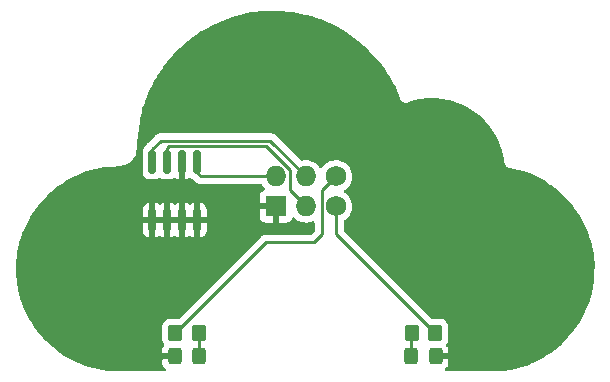
<source format=gbr>
%TF.GenerationSoftware,KiCad,Pcbnew,(6.0.4)*%
%TF.CreationDate,2022-04-09T23:45:41+02:00*%
%TF.ProjectId,cloud,636c6f75-642e-46b6-9963-61645f706362,rev?*%
%TF.SameCoordinates,Original*%
%TF.FileFunction,Copper,L2,Bot*%
%TF.FilePolarity,Positive*%
%FSLAX46Y46*%
G04 Gerber Fmt 4.6, Leading zero omitted, Abs format (unit mm)*
G04 Created by KiCad (PCBNEW (6.0.4)) date 2022-04-09 23:45:41*
%MOMM*%
%LPD*%
G01*
G04 APERTURE LIST*
G04 Aperture macros list*
%AMRoundRect*
0 Rectangle with rounded corners*
0 $1 Rounding radius*
0 $2 $3 $4 $5 $6 $7 $8 $9 X,Y pos of 4 corners*
0 Add a 4 corners polygon primitive as box body*
4,1,4,$2,$3,$4,$5,$6,$7,$8,$9,$2,$3,0*
0 Add four circle primitives for the rounded corners*
1,1,$1+$1,$2,$3*
1,1,$1+$1,$4,$5*
1,1,$1+$1,$6,$7*
1,1,$1+$1,$8,$9*
0 Add four rect primitives between the rounded corners*
20,1,$1+$1,$2,$3,$4,$5,0*
20,1,$1+$1,$4,$5,$6,$7,0*
20,1,$1+$1,$6,$7,$8,$9,0*
20,1,$1+$1,$8,$9,$2,$3,0*%
G04 Aperture macros list end*
%TA.AperFunction,ComponentPad*%
%ADD10O,1.727200X1.727200*%
%TD*%
%TA.AperFunction,ComponentPad*%
%ADD11R,1.727200X1.727200*%
%TD*%
%TA.AperFunction,ComponentPad*%
%ADD12C,1.727200*%
%TD*%
%TA.AperFunction,SMDPad,CuDef*%
%ADD13RoundRect,0.250000X-0.350000X-0.450000X0.350000X-0.450000X0.350000X0.450000X-0.350000X0.450000X0*%
%TD*%
%TA.AperFunction,SMDPad,CuDef*%
%ADD14RoundRect,0.250000X0.325000X0.450000X-0.325000X0.450000X-0.325000X-0.450000X0.325000X-0.450000X0*%
%TD*%
%TA.AperFunction,SMDPad,CuDef*%
%ADD15RoundRect,0.250000X0.350000X0.450000X-0.350000X0.450000X-0.350000X-0.450000X0.350000X-0.450000X0*%
%TD*%
%TA.AperFunction,SMDPad,CuDef*%
%ADD16RoundRect,0.250000X-0.325000X-0.450000X0.325000X-0.450000X0.325000X0.450000X-0.325000X0.450000X0*%
%TD*%
%TA.AperFunction,SMDPad,CuDef*%
%ADD17RoundRect,0.150000X0.150000X-0.825000X0.150000X0.825000X-0.150000X0.825000X-0.150000X-0.825000X0*%
%TD*%
%TA.AperFunction,Conductor*%
%ADD18C,0.250000*%
%TD*%
G04 APERTURE END LIST*
D10*
%TO.P,X1,1,VCC*%
%TO.N,+3V3*%
X-2480000Y1250000D03*
D11*
%TO.P,X1,2,GND*%
%TO.N,GND*%
X-2480000Y-1290000D03*
D10*
%TO.P,X1,3,SDA*%
%TO.N,Net-(U1-Pad5)*%
X60000Y1250000D03*
%TO.P,X1,4,SCL*%
%TO.N,Net-(U1-Pad6)*%
X60000Y-1290000D03*
D12*
%TO.P,X1,5,GPIO1*%
%TO.N,Net-(R2-Pad1)*%
X2600000Y1250000D03*
%TO.P,X1,6,GPIO2*%
%TO.N,Net-(R1-Pad1)*%
X2600000Y-1290000D03*
%TD*%
D13*
%TO.P,R2,1*%
%TO.N,Net-(R2-Pad1)*%
X-11000000Y-12000000D03*
%TO.P,R2,2*%
%TO.N,Net-(D2-Pad2)*%
X-9000000Y-12000000D03*
%TD*%
D14*
%TO.P,D1,1,K*%
%TO.N,GND*%
X11025000Y-14000000D03*
%TO.P,D1,2,A*%
%TO.N,Net-(D1-Pad2)*%
X8975000Y-14000000D03*
%TD*%
D15*
%TO.P,R1,1*%
%TO.N,Net-(R1-Pad1)*%
X11000000Y-12000000D03*
%TO.P,R1,2*%
%TO.N,Net-(D1-Pad2)*%
X9000000Y-12000000D03*
%TD*%
D16*
%TO.P,D2,1,K*%
%TO.N,GND*%
X-11025000Y-14000000D03*
%TO.P,D2,2,A*%
%TO.N,Net-(D2-Pad2)*%
X-8975000Y-14000000D03*
%TD*%
D17*
%TO.P,U1,1,A0*%
%TO.N,GND*%
X-9144000Y-2475000D03*
%TO.P,U1,2,A1*%
X-10414000Y-2475000D03*
%TO.P,U1,3,A2*%
X-11684000Y-2475000D03*
%TO.P,U1,4,GND*%
X-12954000Y-2475000D03*
%TO.P,U1,5,SDA*%
%TO.N,Net-(U1-Pad5)*%
X-12954000Y2475000D03*
%TO.P,U1,6,SCL*%
%TO.N,Net-(U1-Pad6)*%
X-11684000Y2475000D03*
%TO.P,U1,7,WP*%
%TO.N,GND*%
X-10414000Y2475000D03*
%TO.P,U1,8,VCC*%
%TO.N,+3V3*%
X-9144000Y2475000D03*
%TD*%
D18*
%TO.N,Net-(U1-Pad5)*%
X-12250480Y4259520D02*
X-2949520Y4259520D01*
X-12954000Y3556000D02*
X-12250480Y4259520D01*
X-2949520Y4259520D02*
X60000Y1250000D01*
X-12954000Y2475000D02*
X-12954000Y3556000D01*
%TO.N,Net-(U1-Pad6)*%
X-11557000Y3810000D02*
X-11684000Y3683000D01*
X-1291889Y1799889D02*
X-3302000Y3810000D01*
X-3302000Y3810000D02*
X-11557000Y3810000D01*
X60000Y-1290000D02*
X-1291889Y61889D01*
X-1291889Y61889D02*
X-1291889Y1799889D01*
X-11684000Y3683000D02*
X-11684000Y2475000D01*
%TO.N,+3V3*%
X-8870000Y1250000D02*
X-9144000Y1524000D01*
X-9144000Y1524000D02*
X-9144000Y2475000D01*
X-2480000Y1250000D02*
X-8870000Y1250000D01*
%TO.N,Net-(D1-Pad2)*%
X8975000Y-12025000D02*
X9000000Y-12000000D01*
X8975000Y-14000000D02*
X8975000Y-12025000D01*
%TO.N,Net-(D2-Pad2)*%
X-8975000Y-12025000D02*
X-9000000Y-12000000D01*
X-8975000Y-14000000D02*
X-8975000Y-12025000D01*
X-9000000Y-12000000D02*
X-8825000Y-12000000D01*
%TO.N,Net-(R1-Pad1)*%
X11000000Y-12000000D02*
X2600000Y-3600000D01*
X2600000Y-3600000D02*
X2600000Y-1290000D01*
%TO.N,Net-(R2-Pad1)*%
X-11000000Y-12000000D02*
X-3318000Y-4318000D01*
X-3318000Y-4318000D02*
X762000Y-4318000D01*
X762000Y-4318000D02*
X1411889Y-3668111D01*
X1411889Y61889D02*
X2600000Y1250000D01*
X-11025000Y-12025000D02*
X-11000000Y-12000000D01*
X1411889Y-3668111D02*
X1411889Y61889D01*
%TD*%
%TA.AperFunction,Conductor*%
%TO.N,GND*%
G36*
X-2801989Y15276038D02*
G01*
X-2354915Y15265614D01*
X-2349396Y15265363D01*
X-2193002Y15254818D01*
X-1892174Y15234533D01*
X-1890510Y15234409D01*
X-1479067Y15201186D01*
X-1474182Y15200696D01*
X-1072983Y15152507D01*
X-1068167Y15151834D01*
X-669609Y15088277D01*
X-664885Y15087431D01*
X-269240Y15008784D01*
X-264616Y15007774D01*
X8646Y14942698D01*
X127845Y14914311D01*
X132356Y14913148D01*
X521060Y14805175D01*
X525468Y14803863D01*
X745423Y14733967D01*
X910113Y14681632D01*
X914448Y14680167D01*
X1294565Y14543989D01*
X1298807Y14542382D01*
X1673829Y14392591D01*
X1677977Y14390848D01*
X1875740Y14303545D01*
X2047746Y14227612D01*
X2051733Y14225767D01*
X2236734Y14136181D01*
X2415724Y14049505D01*
X2419664Y14047512D01*
X2772486Y13861047D01*
X2778171Y13857849D01*
X3477931Y13439883D01*
X3485228Y13435175D01*
X3820569Y13202015D01*
X4150165Y12972849D01*
X4157147Y12967628D01*
X4788562Y12460391D01*
X4795148Y12454715D01*
X4988587Y12276021D01*
X5389911Y11905286D01*
X5396147Y11899109D01*
X5954577Y11306035D01*
X5959014Y11301066D01*
X6216609Y10996755D01*
X6219435Y10993294D01*
X6467031Y10678829D01*
X6469421Y10675793D01*
X6472151Y10672194D01*
X6553740Y10560536D01*
X6710474Y10346037D01*
X6713090Y10342317D01*
X6800167Y10213631D01*
X6939320Y10007986D01*
X6941842Y10004108D01*
X7129371Y9703780D01*
X7155621Y9661740D01*
X7157998Y9657772D01*
X7359032Y9307850D01*
X7361316Y9303697D01*
X7548987Y8946576D01*
X7551125Y8942312D01*
X7725286Y8578048D01*
X7727285Y8573654D01*
X7887497Y8202684D01*
X7889346Y8198164D01*
X8035036Y7821330D01*
X8036654Y7816900D01*
X8056847Y7758231D01*
X8079702Y7725944D01*
X8086744Y7714800D01*
X8106089Y7680308D01*
X8112501Y7674026D01*
X8112505Y7674021D01*
X8117287Y7669336D01*
X8131950Y7652132D01*
X8141002Y7639344D01*
X8148034Y7633769D01*
X8148035Y7633768D01*
X8171985Y7614781D01*
X8181884Y7606051D01*
X8210134Y7578374D01*
X8223956Y7570990D01*
X8242864Y7558588D01*
X8248104Y7554434D01*
X8248107Y7554432D01*
X8255142Y7548855D01*
X8291782Y7533972D01*
X8303722Y7528376D01*
X8338607Y7509739D01*
X8353958Y7506528D01*
X8375575Y7499935D01*
X8390091Y7494039D01*
X8414868Y7491519D01*
X8429415Y7490039D01*
X8442457Y7488018D01*
X8468679Y7482535D01*
X8481180Y7479920D01*
X8490125Y7480622D01*
X8490128Y7480622D01*
X8494644Y7480977D01*
X8496811Y7481147D01*
X8519419Y7480886D01*
X8535001Y7479301D01*
X8573882Y7486502D01*
X8586961Y7488222D01*
X8626392Y7491316D01*
X8634786Y7494503D01*
X8634788Y7494503D01*
X8688494Y7514890D01*
X8691477Y7515980D01*
X8965835Y7612289D01*
X8972243Y7614348D01*
X9242792Y7693370D01*
X9249259Y7695074D01*
X9522779Y7759432D01*
X9529212Y7760769D01*
X9805478Y7810738D01*
X9811829Y7811720D01*
X9953575Y7829953D01*
X10090133Y7847518D01*
X10096415Y7848166D01*
X10376369Y7869922D01*
X10382530Y7870250D01*
X10663446Y7878263D01*
X10669612Y7878287D01*
X10943619Y7872666D01*
X10952524Y7872168D01*
X11178188Y7851505D01*
X11522157Y7820008D01*
X11533728Y7818404D01*
X12090208Y7714687D01*
X12101332Y7712086D01*
X12213952Y7680308D01*
X12647678Y7557921D01*
X12658377Y7554378D01*
X13189524Y7351720D01*
X13199849Y7347243D01*
X13710702Y7098045D01*
X13720609Y7092649D01*
X14206336Y6799196D01*
X14215861Y6792834D01*
X14671597Y6457468D01*
X14680699Y6450093D01*
X15107588Y6069933D01*
X15114077Y6063726D01*
X15224546Y5950211D01*
X15305055Y5867482D01*
X15309247Y5862957D01*
X15495064Y5652304D01*
X15499073Y5647527D01*
X15674153Y5428047D01*
X15677973Y5423002D01*
X15841680Y5195194D01*
X15845346Y5189804D01*
X15997101Y4953760D01*
X16000516Y4948131D01*
X16140034Y4703954D01*
X16143195Y4698064D01*
X16227962Y4529546D01*
X16269961Y4446050D01*
X16272843Y4439914D01*
X16392580Y4166107D01*
X16392847Y4165492D01*
X16438121Y4060442D01*
X16439206Y4057846D01*
X16480248Y3956444D01*
X16481175Y3954086D01*
X16520336Y3851444D01*
X16521247Y3848979D01*
X16558217Y3745661D01*
X16559065Y3743210D01*
X16594117Y3638506D01*
X16594848Y3636253D01*
X16620051Y3555988D01*
X16627992Y3530696D01*
X16628708Y3528336D01*
X16659875Y3421824D01*
X16660485Y3419670D01*
X16689843Y3312298D01*
X16690439Y3310036D01*
X16717818Y3202063D01*
X16718348Y3199890D01*
X16743960Y3090790D01*
X16744421Y3088750D01*
X16749616Y3064846D01*
X16759015Y3021596D01*
X16768215Y2979259D01*
X16768660Y2977122D01*
X16788342Y2878218D01*
X16790614Y2866803D01*
X16790962Y2864978D01*
X16811117Y2754636D01*
X16811329Y2753476D01*
X16811648Y2751651D01*
X16830313Y2640211D01*
X16830641Y2638149D01*
X16835931Y2603000D01*
X16844595Y2545434D01*
X16847516Y2526022D01*
X16847762Y2524308D01*
X16858216Y2447666D01*
X16862170Y2418676D01*
X16862668Y2414505D01*
X16869140Y2351385D01*
X16872523Y2343075D01*
X16872524Y2343072D01*
X16883564Y2315955D01*
X16888033Y2303002D01*
X16896067Y2274833D01*
X16896069Y2274828D01*
X16898531Y2266196D01*
X16907573Y2251848D01*
X16917671Y2232186D01*
X16924066Y2216480D01*
X16929649Y2209450D01*
X16929650Y2209448D01*
X16947857Y2186522D01*
X16955780Y2175349D01*
X16976186Y2142966D01*
X16982910Y2137021D01*
X16982912Y2137018D01*
X16988898Y2131725D01*
X17004100Y2115697D01*
X17014648Y2102415D01*
X17032148Y2090049D01*
X17045885Y2080342D01*
X17056634Y2071833D01*
X17078579Y2052429D01*
X17078584Y2052426D01*
X17085305Y2046483D01*
X17098006Y2040511D01*
X17100660Y2039263D01*
X17119758Y2028141D01*
X17133604Y2018357D01*
X17142090Y2015444D01*
X17142092Y2015443D01*
X17169784Y2005937D01*
X17182488Y2000787D01*
X17205894Y1989782D01*
X17217119Y1984504D01*
X17225985Y1983118D01*
X17225986Y1983118D01*
X17258485Y1978039D01*
X17284372Y1973993D01*
X17286959Y1973561D01*
X17630589Y1912374D01*
X17673636Y1904709D01*
X17679897Y1903429D01*
X18053829Y1816959D01*
X18059896Y1815393D01*
X18428221Y1710449D01*
X18434142Y1708604D01*
X18796534Y1585772D01*
X18802296Y1583661D01*
X19158033Y1443420D01*
X19163585Y1441077D01*
X19512449Y1283800D01*
X19517717Y1281276D01*
X19832121Y1121509D01*
X19859237Y1107730D01*
X19864371Y1104970D01*
X20197750Y915649D01*
X20202653Y912714D01*
X20527355Y708217D01*
X20532030Y705125D01*
X20746303Y556335D01*
X20847823Y485840D01*
X20852330Y482560D01*
X21158406Y249299D01*
X21162725Y245855D01*
X21458579Y-846D01*
X21462737Y-4470D01*
X21747856Y-264195D01*
X21751738Y-267887D01*
X22025679Y-539774D01*
X22029429Y-543658D01*
X22132659Y-655354D01*
X22291408Y-827121D01*
X22295000Y-831180D01*
X22544535Y-1125635D01*
X22547949Y-1129843D01*
X22784668Y-1434849D01*
X22787881Y-1439178D01*
X23011148Y-1753767D01*
X23014210Y-1758284D01*
X23223486Y-2081999D01*
X23226357Y-2086660D01*
X23421159Y-2418794D01*
X23423839Y-2423601D01*
X23469204Y-2509324D01*
X23603752Y-2763570D01*
X23606261Y-2768578D01*
X23770664Y-3115733D01*
X23772958Y-3120870D01*
X23921454Y-3474433D01*
X23923565Y-3479801D01*
X24055530Y-3839267D01*
X24057398Y-3844740D01*
X24172609Y-4209497D01*
X24174262Y-4215193D01*
X24272079Y-4584578D01*
X24273475Y-4590408D01*
X24353573Y-4963860D01*
X24354711Y-4969872D01*
X24416583Y-5346747D01*
X24417438Y-5352907D01*
X24460654Y-5732528D01*
X24461213Y-5738854D01*
X24485285Y-6120771D01*
X24485526Y-6127210D01*
X24489819Y-6491927D01*
X24490043Y-6510977D01*
X24489952Y-6517470D01*
X24480018Y-6766233D01*
X24473936Y-6918535D01*
X24473927Y-6918755D01*
X24456834Y-7328789D01*
X24456384Y-7335392D01*
X24419504Y-7725766D01*
X24418721Y-7732259D01*
X24361774Y-8119253D01*
X24360675Y-8125591D01*
X24323695Y-8310714D01*
X24284510Y-8506879D01*
X24284155Y-8508654D01*
X24282770Y-8514787D01*
X24238442Y-8690509D01*
X24187267Y-8893374D01*
X24185600Y-8899354D01*
X24071548Y-9272827D01*
X24069632Y-9278599D01*
X23937608Y-9646373D01*
X23935449Y-9651965D01*
X23785894Y-10013499D01*
X23783515Y-10018890D01*
X23617012Y-10373479D01*
X23614436Y-10378652D01*
X23431587Y-10725730D01*
X23428783Y-10730770D01*
X23230024Y-11069491D01*
X23227060Y-11074293D01*
X23012964Y-11404345D01*
X23009813Y-11408974D01*
X22781035Y-11729506D01*
X22777709Y-11733955D01*
X22534827Y-12044351D01*
X22531319Y-12048636D01*
X22274929Y-12348178D01*
X22271250Y-12352291D01*
X22001945Y-12640371D01*
X21998082Y-12644326D01*
X21719705Y-12917074D01*
X21716299Y-12920411D01*
X21712304Y-12924158D01*
X21539296Y-13079485D01*
X21418895Y-13187581D01*
X21414684Y-13191198D01*
X21110227Y-13441223D01*
X21105838Y-13444667D01*
X20790929Y-13680733D01*
X20786359Y-13684002D01*
X20461554Y-13905575D01*
X20456798Y-13908665D01*
X20122742Y-14115155D01*
X20117787Y-14118064D01*
X20085630Y-14135969D01*
X19785787Y-14302920D01*
X19775255Y-14308784D01*
X19770102Y-14311498D01*
X19747989Y-14322502D01*
X19419579Y-14485923D01*
X19414233Y-14488429D01*
X19056430Y-14646019D01*
X19050866Y-14648313D01*
X18922174Y-14697800D01*
X18686941Y-14788256D01*
X18686137Y-14788565D01*
X18680388Y-14790617D01*
X18309727Y-14912873D01*
X18303774Y-14914675D01*
X17927387Y-15018460D01*
X17921253Y-15019987D01*
X17565971Y-15099016D01*
X17540013Y-15104790D01*
X17533657Y-15106033D01*
X17147769Y-15171270D01*
X17141301Y-15172192D01*
X16995348Y-15189142D01*
X16751526Y-15217457D01*
X16744917Y-15218049D01*
X16373105Y-15241385D01*
X16370387Y-15241468D01*
X16367789Y-15241261D01*
X16332211Y-15243943D01*
X16330697Y-15244047D01*
X16298206Y-15246086D01*
X16295975Y-15246550D01*
X16292277Y-15246923D01*
X16285749Y-15247362D01*
X16266204Y-15248676D01*
X16265308Y-15248733D01*
X16235487Y-15250503D01*
X16234973Y-15250532D01*
X16205113Y-15252137D01*
X16204551Y-15252165D01*
X16174744Y-15253597D01*
X16173991Y-15253631D01*
X16143616Y-15254908D01*
X16143271Y-15254922D01*
X16111895Y-15256155D01*
X16111482Y-15256170D01*
X16080354Y-15257291D01*
X16080000Y-15257303D01*
X16048182Y-15258356D01*
X16048139Y-15258344D01*
X16048139Y-15258357D01*
X16012997Y-15259507D01*
X15985518Y-15260399D01*
X15985025Y-15260396D01*
X15984516Y-15260335D01*
X15949543Y-15261544D01*
X15949121Y-15261543D01*
X15948620Y-15261484D01*
X15947185Y-15261537D01*
X15947174Y-15261537D01*
X15928319Y-15262234D01*
X15927706Y-15262255D01*
X15921220Y-15262463D01*
X15912395Y-15262746D01*
X15912395Y-15262742D01*
X15912369Y-15262743D01*
X15912094Y-15262753D01*
X15911907Y-15262760D01*
X15911907Y-15262761D01*
X15911844Y-15262763D01*
X15911720Y-15262767D01*
X15911712Y-15262767D01*
X15911617Y-15262770D01*
X15909707Y-15262832D01*
X15909703Y-15262833D01*
X15909694Y-15262833D01*
X15909692Y-15262756D01*
X15909596Y-15262756D01*
X15909600Y-15262851D01*
X15909599Y-15262851D01*
X15892946Y-15263501D01*
X15892491Y-15263518D01*
X15874750Y-15264131D01*
X15874687Y-15262313D01*
X15873995Y-15262463D01*
X15874065Y-15264055D01*
X15847518Y-15265215D01*
X15846676Y-15265249D01*
X15841697Y-15265433D01*
X15837351Y-15265594D01*
X15837281Y-15263700D01*
X15836795Y-15263613D01*
X15836885Y-15265678D01*
X15836861Y-15265682D01*
X15835758Y-15265730D01*
X15835305Y-15265748D01*
X15833362Y-15265824D01*
X15808802Y-15266781D01*
X15803720Y-15266877D01*
X13845328Y-15264156D01*
X13845199Y-15264151D01*
X13845042Y-15264126D01*
X13812390Y-15264105D01*
X13805831Y-15264101D01*
X13805735Y-15264101D01*
X13769294Y-15264050D01*
X13769136Y-15264072D01*
X13769006Y-15264077D01*
X11913347Y-15262880D01*
X11845240Y-15242834D01*
X11798782Y-15189148D01*
X11788723Y-15118868D01*
X11818258Y-15054306D01*
X11824256Y-15047862D01*
X11943739Y-14928171D01*
X11952751Y-14916760D01*
X12037816Y-14778757D01*
X12043963Y-14765576D01*
X12095138Y-14611290D01*
X12098005Y-14597914D01*
X12107672Y-14503562D01*
X12108000Y-14497146D01*
X12108000Y-14272115D01*
X12103525Y-14256876D01*
X12102135Y-14255671D01*
X12094452Y-14254000D01*
X10897000Y-14254000D01*
X10828879Y-14233998D01*
X10782386Y-14180342D01*
X10771000Y-14128000D01*
X10771000Y-13872000D01*
X10791002Y-13803879D01*
X10844658Y-13757386D01*
X10897000Y-13746000D01*
X12089884Y-13746000D01*
X12105123Y-13741525D01*
X12106328Y-13740135D01*
X12107999Y-13732452D01*
X12107999Y-13502905D01*
X12107662Y-13496386D01*
X12097743Y-13400794D01*
X12094851Y-13387400D01*
X12043412Y-13233216D01*
X12037239Y-13220038D01*
X11951936Y-13082191D01*
X11949145Y-13078670D01*
X11922506Y-13012860D01*
X11935676Y-12943096D01*
X11946696Y-12925917D01*
X11949305Y-12923303D01*
X11953146Y-12917073D01*
X12038275Y-12778968D01*
X12038276Y-12778966D01*
X12042115Y-12772738D01*
X12097797Y-12604861D01*
X12108500Y-12500400D01*
X12108500Y-11499600D01*
X12099097Y-11408974D01*
X12098238Y-11400692D01*
X12098237Y-11400688D01*
X12097526Y-11393834D01*
X12041550Y-11226054D01*
X11948478Y-11075652D01*
X11823303Y-10950695D01*
X11683617Y-10864591D01*
X11678968Y-10861725D01*
X11678966Y-10861724D01*
X11672738Y-10857885D01*
X11587144Y-10829495D01*
X11511389Y-10804368D01*
X11511387Y-10804368D01*
X11504861Y-10802203D01*
X11498025Y-10801503D01*
X11498022Y-10801502D01*
X11454969Y-10797091D01*
X11400400Y-10791500D01*
X10739594Y-10791500D01*
X10671473Y-10771498D01*
X10650499Y-10754595D01*
X3270405Y-3374500D01*
X3236379Y-3312188D01*
X3233500Y-3285405D01*
X3233500Y-2586217D01*
X3253502Y-2518096D01*
X3296991Y-2479376D01*
X3295897Y-2477541D01*
X3300342Y-2474891D01*
X3304982Y-2472618D01*
X3377101Y-2421176D01*
X3484455Y-2344601D01*
X3484459Y-2344597D01*
X3488667Y-2341596D01*
X3648487Y-2182333D01*
X3780150Y-1999105D01*
X3880118Y-1796835D01*
X3945708Y-1580952D01*
X3946383Y-1575826D01*
X3974721Y-1360578D01*
X3974722Y-1360572D01*
X3975158Y-1357256D01*
X3975240Y-1353903D01*
X3976720Y-1293364D01*
X3976720Y-1293360D01*
X3976802Y-1290000D01*
X3958315Y-1065132D01*
X3903349Y-846304D01*
X3813380Y-639391D01*
X3734997Y-518229D01*
X3693634Y-454291D01*
X3693632Y-454288D01*
X3690826Y-449951D01*
X3538977Y-283071D01*
X3534926Y-279872D01*
X3534922Y-279868D01*
X3365966Y-146434D01*
X3365962Y-146432D01*
X3361911Y-143232D01*
X3338535Y-130328D01*
X3288564Y-79896D01*
X3273792Y-10453D01*
X3298908Y55953D01*
X3326259Y82559D01*
X3484455Y195399D01*
X3484459Y195403D01*
X3488667Y198404D01*
X3648487Y357667D01*
X3780150Y540895D01*
X3870475Y723654D01*
X3877824Y738523D01*
X3877825Y738525D01*
X3880118Y743165D01*
X3945708Y959048D01*
X3946383Y964174D01*
X3974721Y1179422D01*
X3974722Y1179428D01*
X3975158Y1182744D01*
X3976229Y1226555D01*
X3976720Y1246636D01*
X3976720Y1246640D01*
X3976802Y1250000D01*
X3958315Y1474868D01*
X3903349Y1693696D01*
X3813380Y1900609D01*
X3765282Y1974957D01*
X3693634Y2085709D01*
X3693632Y2085712D01*
X3690826Y2090049D01*
X3538977Y2256929D01*
X3534926Y2260128D01*
X3534922Y2260132D01*
X3365966Y2393566D01*
X3365962Y2393568D01*
X3361911Y2396768D01*
X3344186Y2406553D01*
X3236287Y2466116D01*
X3164383Y2505809D01*
X2951698Y2581124D01*
X2901297Y2590102D01*
X2734657Y2619786D01*
X2734653Y2619786D01*
X2729569Y2620692D01*
X2657574Y2621571D01*
X2509129Y2623385D01*
X2509127Y2623385D01*
X2503959Y2623448D01*
X2280929Y2589320D01*
X2066468Y2519223D01*
X2061876Y2516833D01*
X2061877Y2516833D01*
X1873320Y2418676D01*
X1866335Y2415040D01*
X1862202Y2411937D01*
X1862199Y2411935D01*
X1690040Y2282675D01*
X1685905Y2279570D01*
X1682333Y2275832D01*
X1563498Y2151478D01*
X1530024Y2116450D01*
X1527112Y2112181D01*
X1527106Y2112173D01*
X1433503Y1974957D01*
X1378592Y1929954D01*
X1308067Y1921783D01*
X1244320Y1953037D01*
X1223623Y1977521D01*
X1220003Y1983118D01*
X1175953Y2051208D01*
X1153634Y2085709D01*
X1153632Y2085712D01*
X1150826Y2090049D01*
X998977Y2256929D01*
X994926Y2260128D01*
X994922Y2260132D01*
X825966Y2393566D01*
X825962Y2393568D01*
X821911Y2396768D01*
X804186Y2406553D01*
X696287Y2466116D01*
X624383Y2505809D01*
X411698Y2581124D01*
X361297Y2590102D01*
X194657Y2619786D01*
X194653Y2619786D01*
X189569Y2620692D01*
X117574Y2621571D01*
X-30871Y2623385D01*
X-30873Y2623385D01*
X-36041Y2623448D01*
X-184377Y2600750D01*
X-253962Y2590102D01*
X-253965Y2590101D01*
X-259071Y2589320D01*
X-263980Y2587715D01*
X-263986Y2587714D01*
X-279254Y2582724D01*
X-350218Y2580575D01*
X-407491Y2613395D01*
X-1423178Y3629083D01*
X-2445868Y4651773D01*
X-2453408Y4660059D01*
X-2457520Y4666538D01*
X-2507172Y4713164D01*
X-2510013Y4715918D01*
X-2529750Y4735655D01*
X-2532947Y4738135D01*
X-2541969Y4745840D01*
X-2546123Y4749741D01*
X-2574199Y4776106D01*
X-2581145Y4779925D01*
X-2581148Y4779927D01*
X-2591954Y4785868D01*
X-2608473Y4796719D01*
X-2608937Y4797079D01*
X-2624479Y4809134D01*
X-2631748Y4812279D01*
X-2631752Y4812282D01*
X-2665057Y4826694D01*
X-2675707Y4831911D01*
X-2714460Y4853215D01*
X-2734083Y4858253D01*
X-2752786Y4864657D01*
X-2764100Y4869553D01*
X-2764101Y4869553D01*
X-2771375Y4872701D01*
X-2779198Y4873940D01*
X-2779208Y4873943D01*
X-2815044Y4879619D01*
X-2826664Y4882025D01*
X-2861809Y4891048D01*
X-2861810Y4891048D01*
X-2869490Y4893020D01*
X-2889744Y4893020D01*
X-2909455Y4894571D01*
X-2921634Y4896500D01*
X-2929463Y4897740D01*
X-2958734Y4894973D01*
X-2973481Y4893579D01*
X-2985339Y4893020D01*
X-12171712Y4893020D01*
X-12182895Y4893547D01*
X-12190388Y4895222D01*
X-12198314Y4894973D01*
X-12198315Y4894973D01*
X-12258478Y4893082D01*
X-12262436Y4893020D01*
X-12290336Y4893020D01*
X-12294326Y4892516D01*
X-12306160Y4891584D01*
X-12350369Y4890194D01*
X-12357985Y4887981D01*
X-12357987Y4887981D01*
X-12369828Y4884541D01*
X-12389187Y4880532D01*
X-12390497Y4880366D01*
X-12409277Y4877994D01*
X-12416643Y4875078D01*
X-12416649Y4875076D01*
X-12450382Y4861720D01*
X-12461612Y4857875D01*
X-12490787Y4849399D01*
X-12504073Y4845539D01*
X-12510896Y4841504D01*
X-12521514Y4835225D01*
X-12539267Y4826528D01*
X-12546912Y4823501D01*
X-12558097Y4819072D01*
X-12571775Y4809134D01*
X-12593868Y4793083D01*
X-12603785Y4786569D01*
X-12641842Y4764062D01*
X-12656163Y4749741D01*
X-12671196Y4736901D01*
X-12687587Y4724992D01*
X-12704991Y4703954D01*
X-12715768Y4690927D01*
X-12723758Y4682146D01*
X-13346258Y4059647D01*
X-13354537Y4052113D01*
X-13361018Y4048000D01*
X-13369394Y4039080D01*
X-13407643Y3998349D01*
X-13410398Y3995507D01*
X-13430135Y3975770D01*
X-13432615Y3972573D01*
X-13440318Y3963553D01*
X-13470586Y3931321D01*
X-13474405Y3924375D01*
X-13474407Y3924372D01*
X-13480348Y3913566D01*
X-13491199Y3897047D01*
X-13503614Y3881041D01*
X-13506759Y3873772D01*
X-13506762Y3873768D01*
X-13521174Y3840463D01*
X-13526391Y3829813D01*
X-13529200Y3824702D01*
X-13543324Y3799010D01*
X-13564644Y3770616D01*
X-13628453Y3706807D01*
X-13632489Y3699983D01*
X-13632491Y3699980D01*
X-13674419Y3629083D01*
X-13713145Y3563601D01*
X-13715356Y3555990D01*
X-13715357Y3555988D01*
X-13715910Y3554085D01*
X-13759562Y3403831D01*
X-13762500Y3366502D01*
X-13762500Y1583498D01*
X-13759562Y1546169D01*
X-13713145Y1386399D01*
X-13709108Y1379573D01*
X-13632491Y1250020D01*
X-13632489Y1250017D01*
X-13628453Y1243193D01*
X-13510807Y1125547D01*
X-13503984Y1121512D01*
X-13503980Y1121509D01*
X-13408702Y1065162D01*
X-13367601Y1040855D01*
X-13359990Y1038644D01*
X-13359988Y1038643D01*
X-13324665Y1028381D01*
X-13207831Y994438D01*
X-13201426Y993934D01*
X-13201421Y993933D01*
X-13172958Y991693D01*
X-13172950Y991693D01*
X-13170502Y991500D01*
X-12737498Y991500D01*
X-12735050Y991693D01*
X-12735042Y991693D01*
X-12706579Y993933D01*
X-12706574Y993934D01*
X-12700169Y994438D01*
X-12583335Y1028381D01*
X-12548012Y1038643D01*
X-12548010Y1038644D01*
X-12540399Y1040855D01*
X-12397193Y1125547D01*
X-12394511Y1128229D01*
X-12330139Y1153502D01*
X-12260516Y1139600D01*
X-12244688Y1129428D01*
X-12240807Y1125547D01*
X-12097601Y1040855D01*
X-12089990Y1038644D01*
X-12089988Y1038643D01*
X-12054665Y1028381D01*
X-11937831Y994438D01*
X-11931426Y993934D01*
X-11931421Y993933D01*
X-11902958Y991693D01*
X-11902950Y991693D01*
X-11900502Y991500D01*
X-11467498Y991500D01*
X-11465050Y991693D01*
X-11465042Y991693D01*
X-11436579Y993933D01*
X-11436574Y993934D01*
X-11430169Y994438D01*
X-11313335Y1028381D01*
X-11278012Y1038643D01*
X-11278010Y1038644D01*
X-11270399Y1040855D01*
X-11127193Y1125547D01*
X-11124253Y1128487D01*
X-11059729Y1153821D01*
X-10990106Y1139920D01*
X-10971360Y1127871D01*
X-10963677Y1121911D01*
X-10834221Y1045352D01*
X-10819790Y1039107D01*
X-10685395Y1000061D01*
X-10671294Y1000101D01*
X-10668000Y1007370D01*
X-10668000Y2603000D01*
X-10647998Y2671121D01*
X-10594342Y2717614D01*
X-10542000Y2729000D01*
X-10286000Y2729000D01*
X-10217879Y2708998D01*
X-10171386Y2655342D01*
X-10160000Y2603000D01*
X-10160000Y1013122D01*
X-10156027Y999591D01*
X-10148129Y998456D01*
X-10008210Y1039107D01*
X-9993779Y1045352D01*
X-9864324Y1121910D01*
X-9856636Y1127874D01*
X-9790551Y1153821D01*
X-9720928Y1139920D01*
X-9704842Y1129582D01*
X-9700807Y1125547D01*
X-9693979Y1121509D01*
X-9693976Y1121507D01*
X-9666008Y1104967D01*
X-9588659Y1059223D01*
X-9569241Y1047739D01*
X-9544285Y1028381D01*
X-9373657Y857753D01*
X-9366113Y849463D01*
X-9362000Y842982D01*
X-9356223Y837557D01*
X-9312333Y796342D01*
X-9309491Y793587D01*
X-9289769Y773865D01*
X-9286645Y771442D01*
X-9286641Y771438D01*
X-9286576Y771388D01*
X-9277555Y763683D01*
X-9245321Y733414D01*
X-9238373Y729595D01*
X-9238371Y729593D01*
X-9227568Y723654D01*
X-9211041Y712798D01*
X-9201302Y705243D01*
X-9201300Y705242D01*
X-9195040Y700386D01*
X-9154460Y682826D01*
X-9143812Y677609D01*
X-9134962Y672744D01*
X-9105060Y656305D01*
X-9097384Y654334D01*
X-9097381Y654333D01*
X-9085438Y651267D01*
X-9066733Y644863D01*
X-9048145Y636819D01*
X-9040322Y635580D01*
X-9040312Y635577D01*
X-9004476Y629901D01*
X-8992856Y627495D01*
X-8957711Y618472D01*
X-8950030Y616500D01*
X-8929776Y616500D01*
X-8910066Y614949D01*
X-8890057Y611780D01*
X-8882165Y612526D01*
X-8846039Y615941D01*
X-8834181Y616500D01*
X-3771676Y616500D01*
X-3703555Y596498D01*
X-3664243Y556335D01*
X-3591025Y436853D01*
X-3587636Y432940D01*
X-3587634Y432938D01*
X-3502537Y334700D01*
X-3445587Y268955D01*
X-3445586Y268954D01*
X-3443298Y266313D01*
X-3443843Y265841D01*
X-3411150Y207424D01*
X-3415475Y136560D01*
X-3457427Y79283D01*
X-3489754Y61376D01*
X-3581654Y26924D01*
X-3597249Y18386D01*
X-3699324Y-58115D01*
X-3711885Y-70676D01*
X-3788386Y-172751D01*
X-3796924Y-188346D01*
X-3842078Y-308794D01*
X-3845705Y-324049D01*
X-3851231Y-374914D01*
X-3851600Y-381728D01*
X-3851600Y-1017885D01*
X-3847125Y-1033124D01*
X-3845735Y-1034329D01*
X-3838052Y-1036000D01*
X-2352000Y-1036000D01*
X-2283879Y-1056002D01*
X-2237386Y-1109658D01*
X-2226000Y-1162000D01*
X-2226000Y-2643484D01*
X-2221525Y-2658723D01*
X-2220135Y-2659928D01*
X-2212452Y-2661599D01*
X-1571731Y-2661599D01*
X-1564910Y-2661229D01*
X-1514048Y-2655705D01*
X-1498796Y-2652079D01*
X-1378346Y-2606924D01*
X-1362751Y-2598386D01*
X-1260676Y-2521885D01*
X-1248115Y-2509324D01*
X-1171614Y-2407249D01*
X-1163076Y-2391654D01*
X-1128159Y-2298515D01*
X-1085517Y-2241750D01*
X-1018955Y-2217051D01*
X-949606Y-2232259D01*
X-914940Y-2260247D01*
X-903298Y-2273687D01*
X-729701Y-2417810D01*
X-725249Y-2420412D01*
X-725244Y-2420415D01*
X-602866Y-2491927D01*
X-534897Y-2531645D01*
X-324116Y-2612134D01*
X-319048Y-2613165D01*
X-319045Y-2613166D01*
X-239645Y-2629320D01*
X-103019Y-2657117D01*
X-97844Y-2657307D01*
X-97842Y-2657307D01*
X117292Y-2665196D01*
X117296Y-2665196D01*
X122456Y-2665385D01*
X127576Y-2664729D01*
X127578Y-2664729D01*
X198020Y-2655705D01*
X346253Y-2636716D01*
X351202Y-2635231D01*
X351208Y-2635230D01*
X557413Y-2573365D01*
X557412Y-2573365D01*
X562363Y-2571880D01*
X596958Y-2554932D01*
X666932Y-2542926D01*
X732289Y-2570657D01*
X772278Y-2629320D01*
X778389Y-2668084D01*
X778389Y-3353516D01*
X758387Y-3421637D01*
X741484Y-3442612D01*
X536499Y-3647596D01*
X474187Y-3681621D01*
X447404Y-3684500D01*
X-3239232Y-3684500D01*
X-3250415Y-3683973D01*
X-3257908Y-3682298D01*
X-3265834Y-3682547D01*
X-3265835Y-3682547D01*
X-3325998Y-3684438D01*
X-3329956Y-3684500D01*
X-3357856Y-3684500D01*
X-3361846Y-3685004D01*
X-3373680Y-3685936D01*
X-3417889Y-3687326D01*
X-3425505Y-3689539D01*
X-3425507Y-3689539D01*
X-3437348Y-3692979D01*
X-3456707Y-3696988D01*
X-3458017Y-3697154D01*
X-3476797Y-3699526D01*
X-3484163Y-3702442D01*
X-3484169Y-3702444D01*
X-3517902Y-3715800D01*
X-3529132Y-3719645D01*
X-3563983Y-3729770D01*
X-3571593Y-3731981D01*
X-3578416Y-3736016D01*
X-3589034Y-3742295D01*
X-3606787Y-3750992D01*
X-3614432Y-3754019D01*
X-3625617Y-3758448D01*
X-3632032Y-3763109D01*
X-3661388Y-3784437D01*
X-3671305Y-3790951D01*
X-3709362Y-3813458D01*
X-3723683Y-3827779D01*
X-3738716Y-3840619D01*
X-3755107Y-3852528D01*
X-3760158Y-3858634D01*
X-3783298Y-3886605D01*
X-3791288Y-3895384D01*
X-10650500Y-10754595D01*
X-10712812Y-10788621D01*
X-10739595Y-10791500D01*
X-11400400Y-10791500D01*
X-11403646Y-10791837D01*
X-11403650Y-10791837D01*
X-11499308Y-10801762D01*
X-11499312Y-10801763D01*
X-11506166Y-10802474D01*
X-11512702Y-10804655D01*
X-11512704Y-10804655D01*
X-11521252Y-10807507D01*
X-11673946Y-10858450D01*
X-11824348Y-10951522D01*
X-11949305Y-11076697D01*
X-12042115Y-11227262D01*
X-12044419Y-11234209D01*
X-12095390Y-11387883D01*
X-12097797Y-11395139D01*
X-12098497Y-11401975D01*
X-12098498Y-11401978D01*
X-12098981Y-11406695D01*
X-12108500Y-11499600D01*
X-12108500Y-12500400D01*
X-12097526Y-12606166D01*
X-12095345Y-12612702D01*
X-12095345Y-12612704D01*
X-12064519Y-12705101D01*
X-12041550Y-12773946D01*
X-11948478Y-12924348D01*
X-11948096Y-12924729D01*
X-11922506Y-12987956D01*
X-11935678Y-13057720D01*
X-11949009Y-13078503D01*
X-11952753Y-13083243D01*
X-12037816Y-13221243D01*
X-12043963Y-13234424D01*
X-12095138Y-13388710D01*
X-12098005Y-13402086D01*
X-12107672Y-13496438D01*
X-12108000Y-13502855D01*
X-12108000Y-13727885D01*
X-12103525Y-13743124D01*
X-12102135Y-13744329D01*
X-12094452Y-13746000D01*
X-10897000Y-13746000D01*
X-10828879Y-13766002D01*
X-10782386Y-13819658D01*
X-10771000Y-13872000D01*
X-10771000Y-14128000D01*
X-10791002Y-14196121D01*
X-10844658Y-14242614D01*
X-10897000Y-14254000D01*
X-12089884Y-14254000D01*
X-12105123Y-14258475D01*
X-12106328Y-14259865D01*
X-12107999Y-14267548D01*
X-12107999Y-14497095D01*
X-12107662Y-14503614D01*
X-12097743Y-14599206D01*
X-12094851Y-14612600D01*
X-12043412Y-14766784D01*
X-12037239Y-14779962D01*
X-11951937Y-14917807D01*
X-11942901Y-14929208D01*
X-11827908Y-15044002D01*
X-11793829Y-15106285D01*
X-11798832Y-15177105D01*
X-11841330Y-15233978D01*
X-11907828Y-15258846D01*
X-11917320Y-15259174D01*
X-12143502Y-15258443D01*
X-12372000Y-15257705D01*
X-12372150Y-15257705D01*
X-14384564Y-15248808D01*
X-14384733Y-15248807D01*
X-14726282Y-15246838D01*
X-16358197Y-15237433D01*
X-16359304Y-15237387D01*
X-16360506Y-15237200D01*
X-16378659Y-15237200D01*
X-16387176Y-15236912D01*
X-16767106Y-15211171D01*
X-16773584Y-15210564D01*
X-17118600Y-15169211D01*
X-17155155Y-15164830D01*
X-17161481Y-15163908D01*
X-17539389Y-15099016D01*
X-17545555Y-15097798D01*
X-17919343Y-15014235D01*
X-17925331Y-15012741D01*
X-18294325Y-14911046D01*
X-18300153Y-14909287D01*
X-18663846Y-14789872D01*
X-18669481Y-14787873D01*
X-18687273Y-14781080D01*
X-19027476Y-14651196D01*
X-19032865Y-14648994D01*
X-19384444Y-14495718D01*
X-19389706Y-14493278D01*
X-19734285Y-14323756D01*
X-19739318Y-14321137D01*
X-20076383Y-14135959D01*
X-20081227Y-14133154D01*
X-20410161Y-13932784D01*
X-20414806Y-13929813D01*
X-20735006Y-13714903D01*
X-20739471Y-13711763D01*
X-21050214Y-13482879D01*
X-21054559Y-13479531D01*
X-21355422Y-13237029D01*
X-21359527Y-13233572D01*
X-21649848Y-12978263D01*
X-21653813Y-12974623D01*
X-21932986Y-12706942D01*
X-21936765Y-12703159D01*
X-22204125Y-12423862D01*
X-22207801Y-12419852D01*
X-22462825Y-12129310D01*
X-22466310Y-12125164D01*
X-22708476Y-11824102D01*
X-22711779Y-11819809D01*
X-22940439Y-11508845D01*
X-22943589Y-11504358D01*
X-23158188Y-11184026D01*
X-23161184Y-11179333D01*
X-23354194Y-10861725D01*
X-23361210Y-10850180D01*
X-23364016Y-10845322D01*
X-23386470Y-10804368D01*
X-23548902Y-10508108D01*
X-23551526Y-10503053D01*
X-23720723Y-10158324D01*
X-23723151Y-10153076D01*
X-23876162Y-9801391D01*
X-23878378Y-9795955D01*
X-24014682Y-9437945D01*
X-24016676Y-9432310D01*
X-24049301Y-9332637D01*
X-24135776Y-9068449D01*
X-24137520Y-9062651D01*
X-24162643Y-8971191D01*
X-24220037Y-8762256D01*
X-24238925Y-8693496D01*
X-24240415Y-8687503D01*
X-24318873Y-8335095D01*
X-24323618Y-8313781D01*
X-24324831Y-8307609D01*
X-24358865Y-8108254D01*
X-24389366Y-7929586D01*
X-24390280Y-7923273D01*
X-24394206Y-7890240D01*
X-24435647Y-7541645D01*
X-24436248Y-7535174D01*
X-24463056Y-7134082D01*
X-24463070Y-7133865D01*
X-24489362Y-6730044D01*
X-24489618Y-6723451D01*
X-24494513Y-6336421D01*
X-24494428Y-6329927D01*
X-24486411Y-6123993D01*
X-24479413Y-5944250D01*
X-24479003Y-5937882D01*
X-24444521Y-5554149D01*
X-24443804Y-5547915D01*
X-24390285Y-5166554D01*
X-24389278Y-5160467D01*
X-24317162Y-4782222D01*
X-24315884Y-4776297D01*
X-24307286Y-4740626D01*
X-24264895Y-4564744D01*
X-24225611Y-4401753D01*
X-24224078Y-4395991D01*
X-24140369Y-4109032D01*
X-24116073Y-4025746D01*
X-24114305Y-4020170D01*
X-24105490Y-3994465D01*
X-23989042Y-3654894D01*
X-23987049Y-3649490D01*
X-23986300Y-3647596D01*
X-23874264Y-3363984D01*
X-13761999Y-3363984D01*
X-13761805Y-3368920D01*
X-13759570Y-3397336D01*
X-13757270Y-3409931D01*
X-13714893Y-3555790D01*
X-13708648Y-3570221D01*
X-13632089Y-3699678D01*
X-13622449Y-3712104D01*
X-13516104Y-3818449D01*
X-13503678Y-3828089D01*
X-13374221Y-3904648D01*
X-13359790Y-3910893D01*
X-13225395Y-3949939D01*
X-13211294Y-3949899D01*
X-13208000Y-3942630D01*
X-13208000Y-3936878D01*
X-12700000Y-3936878D01*
X-12696027Y-3950409D01*
X-12688129Y-3951544D01*
X-12548210Y-3910893D01*
X-12533779Y-3904648D01*
X-12404322Y-3828088D01*
X-12396230Y-3821811D01*
X-12330146Y-3795861D01*
X-12260523Y-3809759D01*
X-12241770Y-3821811D01*
X-12233678Y-3828088D01*
X-12104221Y-3904648D01*
X-12089790Y-3910893D01*
X-11955395Y-3949939D01*
X-11941294Y-3949899D01*
X-11938000Y-3942630D01*
X-11938000Y-3936878D01*
X-11430000Y-3936878D01*
X-11426027Y-3950409D01*
X-11418129Y-3951544D01*
X-11278210Y-3910893D01*
X-11263779Y-3904648D01*
X-11134322Y-3828088D01*
X-11126230Y-3821811D01*
X-11060146Y-3795861D01*
X-10990523Y-3809759D01*
X-10971770Y-3821811D01*
X-10963678Y-3828088D01*
X-10834221Y-3904648D01*
X-10819790Y-3910893D01*
X-10685395Y-3949939D01*
X-10671294Y-3949899D01*
X-10668000Y-3942630D01*
X-10668000Y-3936878D01*
X-10160000Y-3936878D01*
X-10156027Y-3950409D01*
X-10148129Y-3951544D01*
X-10008210Y-3910893D01*
X-9993779Y-3904648D01*
X-9864322Y-3828088D01*
X-9856230Y-3821811D01*
X-9790146Y-3795861D01*
X-9720523Y-3809759D01*
X-9701770Y-3821811D01*
X-9693678Y-3828088D01*
X-9564221Y-3904648D01*
X-9549790Y-3910893D01*
X-9415395Y-3949939D01*
X-9401294Y-3949899D01*
X-9398000Y-3942630D01*
X-9398000Y-3936878D01*
X-8890000Y-3936878D01*
X-8886027Y-3950409D01*
X-8878129Y-3951544D01*
X-8738210Y-3910893D01*
X-8723779Y-3904648D01*
X-8594322Y-3828089D01*
X-8581896Y-3818449D01*
X-8475551Y-3712104D01*
X-8465911Y-3699678D01*
X-8389352Y-3570221D01*
X-8383107Y-3555790D01*
X-8340731Y-3409935D01*
X-8338430Y-3397333D01*
X-8336193Y-3368916D01*
X-8336000Y-3363986D01*
X-8336000Y-2747115D01*
X-8340475Y-2731876D01*
X-8341865Y-2730671D01*
X-8349548Y-2729000D01*
X-8871885Y-2729000D01*
X-8887124Y-2733475D01*
X-8888329Y-2734865D01*
X-8890000Y-2742548D01*
X-8890000Y-3936878D01*
X-9398000Y-3936878D01*
X-9398000Y-2747115D01*
X-9402475Y-2731876D01*
X-9403865Y-2730671D01*
X-9411548Y-2729000D01*
X-10141885Y-2729000D01*
X-10157124Y-2733475D01*
X-10158329Y-2734865D01*
X-10160000Y-2742548D01*
X-10160000Y-3936878D01*
X-10668000Y-3936878D01*
X-10668000Y-2747115D01*
X-10672475Y-2731876D01*
X-10673865Y-2730671D01*
X-10681548Y-2729000D01*
X-11411885Y-2729000D01*
X-11427124Y-2733475D01*
X-11428329Y-2734865D01*
X-11430000Y-2742548D01*
X-11430000Y-3936878D01*
X-11938000Y-3936878D01*
X-11938000Y-2747115D01*
X-11942475Y-2731876D01*
X-11943865Y-2730671D01*
X-11951548Y-2729000D01*
X-12681885Y-2729000D01*
X-12697124Y-2733475D01*
X-12698329Y-2734865D01*
X-12700000Y-2742548D01*
X-12700000Y-3936878D01*
X-13208000Y-3936878D01*
X-13208000Y-2747115D01*
X-13212475Y-2731876D01*
X-13213865Y-2730671D01*
X-13221548Y-2729000D01*
X-13743884Y-2729000D01*
X-13759123Y-2733475D01*
X-13760328Y-2734865D01*
X-13761999Y-2742548D01*
X-13761999Y-3363984D01*
X-23874264Y-3363984D01*
X-23863840Y-3337595D01*
X-23844977Y-3289844D01*
X-23842766Y-3284598D01*
X-23684368Y-2931230D01*
X-23681952Y-2926148D01*
X-23507700Y-2579742D01*
X-23505091Y-2574827D01*
X-23336554Y-2273687D01*
X-23315439Y-2235960D01*
X-23312642Y-2231209D01*
X-23303883Y-2217051D01*
X-23295119Y-2202885D01*
X-13762000Y-2202885D01*
X-13757525Y-2218124D01*
X-13756135Y-2219329D01*
X-13748452Y-2221000D01*
X-13226115Y-2221000D01*
X-13210876Y-2216525D01*
X-13209671Y-2215135D01*
X-13208000Y-2207452D01*
X-13208000Y-2202885D01*
X-12700000Y-2202885D01*
X-12695525Y-2218124D01*
X-12694135Y-2219329D01*
X-12686452Y-2221000D01*
X-11956115Y-2221000D01*
X-11940876Y-2216525D01*
X-11939671Y-2215135D01*
X-11938000Y-2207452D01*
X-11938000Y-2202885D01*
X-11430000Y-2202885D01*
X-11425525Y-2218124D01*
X-11424135Y-2219329D01*
X-11416452Y-2221000D01*
X-10686115Y-2221000D01*
X-10670876Y-2216525D01*
X-10669671Y-2215135D01*
X-10668000Y-2207452D01*
X-10668000Y-2202885D01*
X-10160000Y-2202885D01*
X-10155525Y-2218124D01*
X-10154135Y-2219329D01*
X-10146452Y-2221000D01*
X-9416115Y-2221000D01*
X-9400876Y-2216525D01*
X-9399671Y-2215135D01*
X-9398000Y-2207452D01*
X-9398000Y-2202885D01*
X-8890000Y-2202885D01*
X-8885525Y-2218124D01*
X-8884135Y-2219329D01*
X-8876452Y-2221000D01*
X-8354116Y-2221000D01*
X-8338877Y-2216525D01*
X-8337672Y-2215135D01*
X-8336001Y-2207452D01*
X-8336001Y-2198269D01*
X-3851599Y-2198269D01*
X-3851229Y-2205090D01*
X-3845705Y-2255952D01*
X-3842079Y-2271204D01*
X-3796924Y-2391654D01*
X-3788386Y-2407249D01*
X-3711885Y-2509324D01*
X-3699324Y-2521885D01*
X-3597249Y-2598386D01*
X-3581654Y-2606924D01*
X-3461206Y-2652078D01*
X-3445951Y-2655705D01*
X-3395086Y-2661231D01*
X-3388272Y-2661600D01*
X-2752115Y-2661600D01*
X-2736876Y-2657125D01*
X-2735671Y-2655735D01*
X-2734000Y-2648052D01*
X-2734000Y-1562115D01*
X-2738475Y-1546876D01*
X-2739865Y-1545671D01*
X-2747548Y-1544000D01*
X-3833484Y-1544000D01*
X-3848723Y-1548475D01*
X-3849928Y-1549865D01*
X-3851599Y-1557548D01*
X-3851599Y-2198269D01*
X-8336001Y-2198269D01*
X-8336001Y-1586017D01*
X-8336195Y-1581080D01*
X-8338430Y-1552664D01*
X-8340730Y-1540069D01*
X-8383107Y-1394210D01*
X-8389352Y-1379779D01*
X-8465911Y-1250322D01*
X-8475551Y-1237896D01*
X-8581896Y-1131551D01*
X-8594322Y-1121911D01*
X-8723779Y-1045352D01*
X-8738210Y-1039107D01*
X-8872605Y-1000061D01*
X-8886706Y-1000101D01*
X-8890000Y-1007370D01*
X-8890000Y-2202885D01*
X-9398000Y-2202885D01*
X-9398000Y-1013122D01*
X-9401973Y-999591D01*
X-9409871Y-998456D01*
X-9549790Y-1039107D01*
X-9564221Y-1045352D01*
X-9693678Y-1121912D01*
X-9701770Y-1128189D01*
X-9767854Y-1154139D01*
X-9837477Y-1140241D01*
X-9856230Y-1128189D01*
X-9864322Y-1121912D01*
X-9993779Y-1045352D01*
X-10008210Y-1039107D01*
X-10142605Y-1000061D01*
X-10156706Y-1000101D01*
X-10160000Y-1007370D01*
X-10160000Y-2202885D01*
X-10668000Y-2202885D01*
X-10668000Y-1013122D01*
X-10671973Y-999591D01*
X-10679871Y-998456D01*
X-10819790Y-1039107D01*
X-10834221Y-1045352D01*
X-10963678Y-1121912D01*
X-10971770Y-1128189D01*
X-11037854Y-1154139D01*
X-11107477Y-1140241D01*
X-11126230Y-1128189D01*
X-11134322Y-1121912D01*
X-11263779Y-1045352D01*
X-11278210Y-1039107D01*
X-11412605Y-1000061D01*
X-11426706Y-1000101D01*
X-11430000Y-1007370D01*
X-11430000Y-2202885D01*
X-11938000Y-2202885D01*
X-11938000Y-1013122D01*
X-11941973Y-999591D01*
X-11949871Y-998456D01*
X-12089790Y-1039107D01*
X-12104221Y-1045352D01*
X-12233678Y-1121912D01*
X-12241770Y-1128189D01*
X-12307854Y-1154139D01*
X-12377477Y-1140241D01*
X-12396230Y-1128189D01*
X-12404322Y-1121912D01*
X-12533779Y-1045352D01*
X-12548210Y-1039107D01*
X-12682605Y-1000061D01*
X-12696706Y-1000101D01*
X-12700000Y-1007370D01*
X-12700000Y-2202885D01*
X-13208000Y-2202885D01*
X-13208000Y-1013122D01*
X-13211973Y-999591D01*
X-13219871Y-998456D01*
X-13359790Y-1039107D01*
X-13374221Y-1045352D01*
X-13503678Y-1121911D01*
X-13516104Y-1131551D01*
X-13622449Y-1237896D01*
X-13632089Y-1250322D01*
X-13708648Y-1379779D01*
X-13714893Y-1394210D01*
X-13757269Y-1540065D01*
X-13759570Y-1552667D01*
X-13761807Y-1581084D01*
X-13762000Y-1586014D01*
X-13762000Y-2202885D01*
X-23295119Y-2202885D01*
X-23108132Y-1900644D01*
X-23105157Y-1896061D01*
X-22886309Y-1574457D01*
X-22883138Y-1570009D01*
X-22868735Y-1550705D01*
X-22650453Y-1258138D01*
X-22647147Y-1253901D01*
X-22401102Y-952219D01*
X-22397577Y-948084D01*
X-22138766Y-657392D01*
X-22135054Y-653399D01*
X-22126063Y-644141D01*
X-21864023Y-374292D01*
X-21860104Y-370429D01*
X-21816696Y-329473D01*
X-21577423Y-103715D01*
X-21573334Y-100024D01*
X-21279424Y153825D01*
X-21275142Y157362D01*
X-20970668Y397746D01*
X-20966139Y401159D01*
X-20750286Y556335D01*
X-20651597Y627282D01*
X-20646919Y630487D01*
X-20637450Y636666D01*
X-20322896Y841944D01*
X-20317954Y845009D01*
X-20202931Y912707D01*
X-19988171Y1039107D01*
X-19985028Y1040957D01*
X-19979896Y1043819D01*
X-19638468Y1223889D01*
X-19633108Y1226555D01*
X-19283776Y1390083D01*
X-19278215Y1392524D01*
X-18921585Y1538955D01*
X-18915775Y1541175D01*
X-18901668Y1546169D01*
X-18552244Y1669866D01*
X-18546321Y1671798D01*
X-18176256Y1782367D01*
X-18170071Y1784044D01*
X-17794225Y1875813D01*
X-17787847Y1877196D01*
X-17415599Y1947891D01*
X-17405621Y1949375D01*
X-17404880Y1949455D01*
X-17391530Y1950897D01*
X-17386826Y1952159D01*
X-17386824Y1952159D01*
X-17376060Y1955046D01*
X-17366942Y1957132D01*
X-17354252Y1959542D01*
X-17340058Y1964402D01*
X-17331898Y1966891D01*
X-17266229Y1984504D01*
X-17211738Y1999119D01*
X-17200460Y2001596D01*
X-17162393Y2008145D01*
X-17071901Y2023712D01*
X-17063688Y2024848D01*
X-16926053Y2039263D01*
X-16914137Y2040511D01*
X-16908604Y2040967D01*
X-16741386Y2051061D01*
X-16738330Y2051208D01*
X-16556299Y2057765D01*
X-16555625Y2057788D01*
X-16403348Y2062457D01*
X-16400701Y2062452D01*
X-16398199Y2062171D01*
X-16388930Y2062568D01*
X-16362453Y2063702D01*
X-16360922Y2063758D01*
X-16349857Y2064097D01*
X-16328301Y2064758D01*
X-16325821Y2065191D01*
X-16323135Y2065386D01*
X-16206412Y2070384D01*
X-16200238Y2070272D01*
X-16200237Y2070463D01*
X-16195379Y2070450D01*
X-16190523Y2070062D01*
X-16185665Y2070425D01*
X-16185659Y2070425D01*
X-16161093Y2072261D01*
X-16157111Y2072496D01*
X-16130681Y2073628D01*
X-16126283Y2074451D01*
X-16121825Y2074961D01*
X-16121813Y2074854D01*
X-16115677Y2075656D01*
X-15995414Y2084645D01*
X-15982426Y2084944D01*
X-15980564Y2084891D01*
X-15980562Y2084891D01*
X-15975689Y2084752D01*
X-15970857Y2085364D01*
X-15970854Y2085364D01*
X-15952540Y2087683D01*
X-15946105Y2088330D01*
X-15930439Y2089501D01*
X-15930438Y2089501D01*
X-15925958Y2089836D01*
X-15918595Y2091458D01*
X-15907328Y2093409D01*
X-15821468Y2104281D01*
X-15778186Y2109762D01*
X-15768105Y2110629D01*
X-15765842Y2110732D01*
X-15754025Y2111272D01*
X-15738260Y2114469D01*
X-15729052Y2115984D01*
X-15720602Y2117054D01*
X-15720600Y2117054D01*
X-15716165Y2117616D01*
X-15711852Y2118801D01*
X-15711844Y2118803D01*
X-15701773Y2121571D01*
X-15693428Y2123562D01*
X-15555767Y2151480D01*
X-15548848Y2152683D01*
X-15531785Y2155162D01*
X-15526960Y2155863D01*
X-15519026Y2158307D01*
X-15506988Y2161372D01*
X-15506309Y2161510D01*
X-15506306Y2161511D01*
X-15501906Y2162403D01*
X-15497681Y2163909D01*
X-15497676Y2163910D01*
X-15480199Y2170138D01*
X-15474988Y2171868D01*
X-15352959Y2209448D01*
X-15330172Y2216465D01*
X-15326671Y2217488D01*
X-15296647Y2225771D01*
X-15292213Y2227771D01*
X-15291830Y2227909D01*
X-15288555Y2229282D01*
X-15285024Y2230369D01*
X-15255325Y2244387D01*
X-15253444Y2245255D01*
X-15109464Y2310186D01*
X-15109085Y2310355D01*
X-15068477Y2328387D01*
X-15042057Y2345409D01*
X-15041655Y2345666D01*
X-14976444Y2387089D01*
X-14975471Y2388198D01*
X-14974340Y2389040D01*
X-14948658Y2405587D01*
X-14946617Y2406720D01*
X-14944312Y2407430D01*
X-14883251Y2447722D01*
X-14882229Y2448389D01*
X-14857503Y2464319D01*
X-14855940Y2465676D01*
X-14855314Y2466116D01*
X-14854970Y2466383D01*
X-14850898Y2469070D01*
X-14847291Y2472348D01*
X-14847284Y2472354D01*
X-14828317Y2489594D01*
X-14826138Y2491529D01*
X-14782126Y2529712D01*
X-14782121Y2529718D01*
X-14775342Y2535599D01*
X-14772680Y2539736D01*
X-14768946Y2543560D01*
X-14741308Y2568682D01*
X-14738228Y2571150D01*
X-14734816Y2572888D01*
X-14728284Y2579041D01*
X-14728281Y2579043D01*
X-14684253Y2620515D01*
X-14682612Y2622033D01*
X-14664766Y2638255D01*
X-14664763Y2638258D01*
X-14661445Y2641274D01*
X-14659267Y2643910D01*
X-14657083Y2646079D01*
X-14656892Y2646289D01*
X-14653348Y2649627D01*
X-14635722Y2672299D01*
X-14633359Y2675246D01*
X-14597863Y2718184D01*
X-14592139Y2725108D01*
X-14589652Y2730888D01*
X-14585471Y2736938D01*
X-14555879Y2775001D01*
X-14554537Y2776510D01*
X-14552850Y2777752D01*
X-14507856Y2836766D01*
X-14507184Y2837639D01*
X-14491968Y2857211D01*
X-14491966Y2857214D01*
X-14489234Y2860728D01*
X-14488364Y2862254D01*
X-14488227Y2862445D01*
X-14487942Y2862886D01*
X-14484993Y2866753D01*
X-14470264Y2893910D01*
X-14468939Y2896291D01*
X-14450877Y2927940D01*
X-14435321Y2955200D01*
X-14434251Y2959689D01*
X-14432165Y2964159D01*
X-14371960Y3075166D01*
X-14369832Y3078935D01*
X-14342414Y3125591D01*
X-14337867Y3133328D01*
X-14328445Y3170722D01*
X-14324420Y3183700D01*
X-14314140Y3211454D01*
X-14314140Y3211455D01*
X-14311022Y3219873D01*
X-14306278Y3287337D01*
X-14306052Y3290105D01*
X-14294945Y3410008D01*
X-14283985Y3528336D01*
X-14281612Y3553954D01*
X-14281589Y3554129D01*
X-14281541Y3554320D01*
X-14281489Y3554889D01*
X-14281487Y3554903D01*
X-14277897Y3594065D01*
X-14277886Y3594182D01*
X-14274653Y3629083D01*
X-14274653Y3629088D01*
X-14274600Y3629657D01*
X-14274610Y3629849D01*
X-14274601Y3630006D01*
X-14249246Y3906533D01*
X-14249226Y3906741D01*
X-14225038Y4165799D01*
X-14220120Y4218473D01*
X-14189575Y4529145D01*
X-14189482Y4530057D01*
X-14189027Y4534321D01*
X-14156621Y4838361D01*
X-14156472Y4839686D01*
X-14152593Y4872701D01*
X-14120498Y5145901D01*
X-14120282Y5147636D01*
X-14113009Y5202721D01*
X-14098593Y5311924D01*
X-14080182Y5451378D01*
X-14079883Y5453504D01*
X-14034927Y5754435D01*
X-14034525Y5756952D01*
X-14001643Y5950211D01*
X-13983847Y6054804D01*
X-13983322Y6057687D01*
X-13980942Y6069940D01*
X-13926131Y6352097D01*
X-13925451Y6355364D01*
X-13887355Y6526959D01*
X-13860932Y6645979D01*
X-13860069Y6649612D01*
X-13787423Y6936351D01*
X-13786345Y6940332D01*
X-13704875Y7222731D01*
X-13703544Y7227052D01*
X-13698533Y7242339D01*
X-13612385Y7505153D01*
X-13610797Y7509701D01*
X-13610782Y7509739D01*
X-13509377Y7783157D01*
X-13507428Y7788088D01*
X-13494399Y7819132D01*
X-13422847Y7989627D01*
X-13404447Y8033470D01*
X-13404054Y8034318D01*
X-13403527Y8035185D01*
X-13388933Y8070436D01*
X-13388697Y8071001D01*
X-13376273Y8100604D01*
X-13376267Y8100621D01*
X-13375188Y8103191D01*
X-13374932Y8104173D01*
X-13374605Y8105042D01*
X-13336963Y8195962D01*
X-13211695Y8498533D01*
X-13209491Y8503544D01*
X-13061228Y8821432D01*
X-13020496Y8908763D01*
X-13018117Y8913591D01*
X-12812250Y9309861D01*
X-12809703Y9314520D01*
X-12587386Y9701497D01*
X-12584672Y9706002D01*
X-12550118Y9760715D01*
X-12346451Y10083209D01*
X-12343585Y10087545D01*
X-12089887Y10454763D01*
X-12086926Y10458870D01*
X-12010461Y10560536D01*
X-11818636Y10815582D01*
X-11815502Y10819579D01*
X-11752587Y10896542D01*
X-11532814Y11165391D01*
X-11529596Y11169172D01*
X-11452013Y11256771D01*
X-11233287Y11503738D01*
X-11229941Y11507369D01*
X-10920583Y11830182D01*
X-10917132Y11833646D01*
X-10595221Y12144466D01*
X-10591652Y12147781D01*
X-10257771Y12446103D01*
X-10254113Y12449248D01*
X-9908893Y12734703D01*
X-9905136Y12737691D01*
X-9549127Y13009917D01*
X-9545266Y13012755D01*
X-9277218Y13202015D01*
X-9179127Y13271274D01*
X-9175196Y13273939D01*
X-8799490Y13518398D01*
X-8795443Y13520923D01*
X-8590491Y13643419D01*
X-8410688Y13750883D01*
X-8406561Y13753245D01*
X-8013500Y13968470D01*
X-8009238Y13970699D01*
X-7608461Y14170661D01*
X-7604104Y14172731D01*
X-7196166Y14357115D01*
X-7191733Y14359017D01*
X-6777248Y14527484D01*
X-6772681Y14529238D01*
X-6352374Y14681339D01*
X-6347698Y14682928D01*
X-5921984Y14818370D01*
X-5917201Y14819788D01*
X-5486772Y14938185D01*
X-5481886Y14939424D01*
X-5047400Y15040431D01*
X-5042403Y15041487D01*
X-4604331Y15124774D01*
X-4599227Y15125636D01*
X-4475948Y15143864D01*
X-4158188Y15190848D01*
X-4153015Y15191503D01*
X-3904864Y15217702D01*
X-3709612Y15238316D01*
X-3704313Y15238762D01*
X-3259170Y15266832D01*
X-3253777Y15267056D01*
X-3022561Y15271713D01*
X-2807422Y15276046D01*
X-2801989Y15276038D01*
G37*
%TD.AperFunction*%
%TD*%
M02*

</source>
